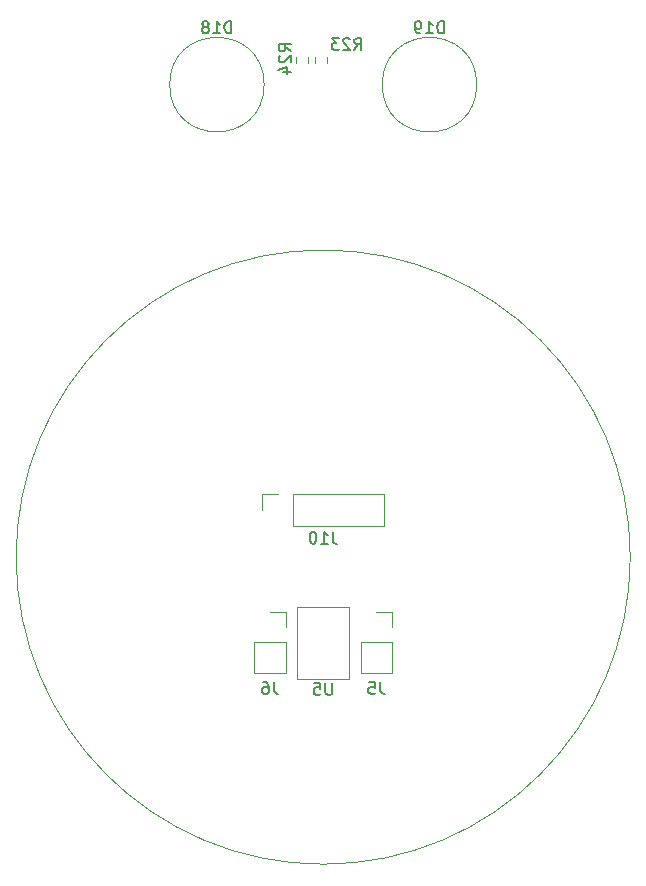
<source format=gbo>
%TF.GenerationSoftware,KiCad,Pcbnew,5.1.10-88a1d61d58~88~ubuntu18.04.1*%
%TF.CreationDate,2021-07-16T18:03:04+01:00*%
%TF.ProjectId,NerdClock,4e657264-436c-46f6-936b-2e6b69636164,rev?*%
%TF.SameCoordinates,Original*%
%TF.FileFunction,Legend,Bot*%
%TF.FilePolarity,Positive*%
%FSLAX46Y46*%
G04 Gerber Fmt 4.6, Leading zero omitted, Abs format (unit mm)*
G04 Created by KiCad (PCBNEW 5.1.10-88a1d61d58~88~ubuntu18.04.1) date 2021-07-16 18:03:04*
%MOMM*%
%LPD*%
G01*
G04 APERTURE LIST*
%ADD10C,0.120000*%
%ADD11C,0.150000*%
%ADD12C,0.100000*%
%ADD13C,3.500000*%
%ADD14R,1.700000X1.700000*%
%ADD15O,1.700000X1.700000*%
%ADD16C,1.524000*%
%ADD17C,3.200000*%
%ADD18C,6.400000*%
%ADD19C,0.800000*%
%ADD20O,1.800000X4.000000*%
%ADD21O,4.000000X1.800000*%
%ADD22R,4.400000X1.800000*%
%ADD23O,1.500000X1.100000*%
%ADD24O,1.700000X1.350000*%
%ADD25R,1.524000X1.524000*%
%ADD26C,1.000000*%
G04 APERTURE END LIST*
D10*
X126000000Y-100000000D02*
G75*
G03*
X126000000Y-100000000I-26000000J0D01*
G01*
X94860000Y-94670000D02*
X94860000Y-96000000D01*
X96190000Y-94670000D02*
X94860000Y-94670000D01*
X97460000Y-94670000D02*
X97460000Y-97330000D01*
X97460000Y-97330000D02*
X105140000Y-97330000D01*
X97460000Y-94670000D02*
X105140000Y-94670000D01*
X105140000Y-94670000D02*
X105140000Y-97330000D01*
X102200000Y-110320000D02*
X102200000Y-104220000D01*
X97800000Y-110320000D02*
X102200000Y-110320000D01*
X97800000Y-104220000D02*
X97800000Y-110320000D01*
X102200000Y-104220000D02*
X97800000Y-104220000D01*
X105830000Y-109830000D02*
X103170000Y-109830000D01*
X105830000Y-107230000D02*
X105830000Y-109830000D01*
X103170000Y-107230000D02*
X103170000Y-109830000D01*
X105830000Y-107230000D02*
X103170000Y-107230000D01*
X105830000Y-105960000D02*
X105830000Y-104630000D01*
X105830000Y-104630000D02*
X104500000Y-104630000D01*
X96830000Y-104630000D02*
X95500000Y-104630000D01*
X96830000Y-105960000D02*
X96830000Y-104630000D01*
X96830000Y-107230000D02*
X94170000Y-107230000D01*
X94170000Y-107230000D02*
X94170000Y-109830000D01*
X96830000Y-107230000D02*
X96830000Y-109830000D01*
X96830000Y-109830000D02*
X94170000Y-109830000D01*
X95000000Y-60000000D02*
G75*
G03*
X95000000Y-60000000I-4000000J0D01*
G01*
X113000000Y-60000000D02*
G75*
G03*
X113000000Y-60000000I-4000000J0D01*
G01*
X99277500Y-58137258D02*
X99277500Y-57662742D01*
X100322500Y-58137258D02*
X100322500Y-57662742D01*
X98722500Y-58137258D02*
X98722500Y-57662742D01*
X97677500Y-58137258D02*
X97677500Y-57662742D01*
D11*
X100809523Y-97852380D02*
X100809523Y-98566666D01*
X100857142Y-98709523D01*
X100952380Y-98804761D01*
X101095238Y-98852380D01*
X101190476Y-98852380D01*
X99809523Y-98852380D02*
X100380952Y-98852380D01*
X100095238Y-98852380D02*
X100095238Y-97852380D01*
X100190476Y-97995238D01*
X100285714Y-98090476D01*
X100380952Y-98138095D01*
X99190476Y-97852380D02*
X99095238Y-97852380D01*
X99000000Y-97900000D01*
X98952380Y-97947619D01*
X98904761Y-98042857D01*
X98857142Y-98233333D01*
X98857142Y-98471428D01*
X98904761Y-98661904D01*
X98952380Y-98757142D01*
X99000000Y-98804761D01*
X99095238Y-98852380D01*
X99190476Y-98852380D01*
X99285714Y-98804761D01*
X99333333Y-98757142D01*
X99380952Y-98661904D01*
X99428571Y-98471428D01*
X99428571Y-98233333D01*
X99380952Y-98042857D01*
X99333333Y-97947619D01*
X99285714Y-97900000D01*
X99190476Y-97852380D01*
X100761904Y-110652380D02*
X100761904Y-111461904D01*
X100714285Y-111557142D01*
X100666666Y-111604761D01*
X100571428Y-111652380D01*
X100380952Y-111652380D01*
X100285714Y-111604761D01*
X100238095Y-111557142D01*
X100190476Y-111461904D01*
X100190476Y-110652380D01*
X99238095Y-110652380D02*
X99714285Y-110652380D01*
X99761904Y-111128571D01*
X99714285Y-111080952D01*
X99619047Y-111033333D01*
X99380952Y-111033333D01*
X99285714Y-111080952D01*
X99238095Y-111128571D01*
X99190476Y-111223809D01*
X99190476Y-111461904D01*
X99238095Y-111557142D01*
X99285714Y-111604761D01*
X99380952Y-111652380D01*
X99619047Y-111652380D01*
X99714285Y-111604761D01*
X99761904Y-111557142D01*
X104833333Y-110582380D02*
X104833333Y-111296666D01*
X104880952Y-111439523D01*
X104976190Y-111534761D01*
X105119047Y-111582380D01*
X105214285Y-111582380D01*
X103880952Y-110582380D02*
X104357142Y-110582380D01*
X104404761Y-111058571D01*
X104357142Y-111010952D01*
X104261904Y-110963333D01*
X104023809Y-110963333D01*
X103928571Y-111010952D01*
X103880952Y-111058571D01*
X103833333Y-111153809D01*
X103833333Y-111391904D01*
X103880952Y-111487142D01*
X103928571Y-111534761D01*
X104023809Y-111582380D01*
X104261904Y-111582380D01*
X104357142Y-111534761D01*
X104404761Y-111487142D01*
X95833333Y-110582380D02*
X95833333Y-111296666D01*
X95880952Y-111439523D01*
X95976190Y-111534761D01*
X96119047Y-111582380D01*
X96214285Y-111582380D01*
X94928571Y-110582380D02*
X95119047Y-110582380D01*
X95214285Y-110630000D01*
X95261904Y-110677619D01*
X95357142Y-110820476D01*
X95404761Y-111010952D01*
X95404761Y-111391904D01*
X95357142Y-111487142D01*
X95309523Y-111534761D01*
X95214285Y-111582380D01*
X95023809Y-111582380D01*
X94928571Y-111534761D01*
X94880952Y-111487142D01*
X94833333Y-111391904D01*
X94833333Y-111153809D01*
X94880952Y-111058571D01*
X94928571Y-111010952D01*
X95023809Y-110963333D01*
X95214285Y-110963333D01*
X95309523Y-111010952D01*
X95357142Y-111058571D01*
X95404761Y-111153809D01*
X92214285Y-55652380D02*
X92214285Y-54652380D01*
X91976190Y-54652380D01*
X91833333Y-54700000D01*
X91738095Y-54795238D01*
X91690476Y-54890476D01*
X91642857Y-55080952D01*
X91642857Y-55223809D01*
X91690476Y-55414285D01*
X91738095Y-55509523D01*
X91833333Y-55604761D01*
X91976190Y-55652380D01*
X92214285Y-55652380D01*
X90690476Y-55652380D02*
X91261904Y-55652380D01*
X90976190Y-55652380D02*
X90976190Y-54652380D01*
X91071428Y-54795238D01*
X91166666Y-54890476D01*
X91261904Y-54938095D01*
X90119047Y-55080952D02*
X90214285Y-55033333D01*
X90261904Y-54985714D01*
X90309523Y-54890476D01*
X90309523Y-54842857D01*
X90261904Y-54747619D01*
X90214285Y-54700000D01*
X90119047Y-54652380D01*
X89928571Y-54652380D01*
X89833333Y-54700000D01*
X89785714Y-54747619D01*
X89738095Y-54842857D01*
X89738095Y-54890476D01*
X89785714Y-54985714D01*
X89833333Y-55033333D01*
X89928571Y-55080952D01*
X90119047Y-55080952D01*
X90214285Y-55128571D01*
X90261904Y-55176190D01*
X90309523Y-55271428D01*
X90309523Y-55461904D01*
X90261904Y-55557142D01*
X90214285Y-55604761D01*
X90119047Y-55652380D01*
X89928571Y-55652380D01*
X89833333Y-55604761D01*
X89785714Y-55557142D01*
X89738095Y-55461904D01*
X89738095Y-55271428D01*
X89785714Y-55176190D01*
X89833333Y-55128571D01*
X89928571Y-55080952D01*
X110214285Y-55652380D02*
X110214285Y-54652380D01*
X109976190Y-54652380D01*
X109833333Y-54700000D01*
X109738095Y-54795238D01*
X109690476Y-54890476D01*
X109642857Y-55080952D01*
X109642857Y-55223809D01*
X109690476Y-55414285D01*
X109738095Y-55509523D01*
X109833333Y-55604761D01*
X109976190Y-55652380D01*
X110214285Y-55652380D01*
X108690476Y-55652380D02*
X109261904Y-55652380D01*
X108976190Y-55652380D02*
X108976190Y-54652380D01*
X109071428Y-54795238D01*
X109166666Y-54890476D01*
X109261904Y-54938095D01*
X108214285Y-55652380D02*
X108023809Y-55652380D01*
X107928571Y-55604761D01*
X107880952Y-55557142D01*
X107785714Y-55414285D01*
X107738095Y-55223809D01*
X107738095Y-54842857D01*
X107785714Y-54747619D01*
X107833333Y-54700000D01*
X107928571Y-54652380D01*
X108119047Y-54652380D01*
X108214285Y-54700000D01*
X108261904Y-54747619D01*
X108309523Y-54842857D01*
X108309523Y-55080952D01*
X108261904Y-55176190D01*
X108214285Y-55223809D01*
X108119047Y-55271428D01*
X107928571Y-55271428D01*
X107833333Y-55223809D01*
X107785714Y-55176190D01*
X107738095Y-55080952D01*
X102642857Y-57052380D02*
X102976190Y-56576190D01*
X103214285Y-57052380D02*
X103214285Y-56052380D01*
X102833333Y-56052380D01*
X102738095Y-56100000D01*
X102690476Y-56147619D01*
X102642857Y-56242857D01*
X102642857Y-56385714D01*
X102690476Y-56480952D01*
X102738095Y-56528571D01*
X102833333Y-56576190D01*
X103214285Y-56576190D01*
X102261904Y-56147619D02*
X102214285Y-56100000D01*
X102119047Y-56052380D01*
X101880952Y-56052380D01*
X101785714Y-56100000D01*
X101738095Y-56147619D01*
X101690476Y-56242857D01*
X101690476Y-56338095D01*
X101738095Y-56480952D01*
X102309523Y-57052380D01*
X101690476Y-57052380D01*
X101357142Y-56052380D02*
X100738095Y-56052380D01*
X101071428Y-56433333D01*
X100928571Y-56433333D01*
X100833333Y-56480952D01*
X100785714Y-56528571D01*
X100738095Y-56623809D01*
X100738095Y-56861904D01*
X100785714Y-56957142D01*
X100833333Y-57004761D01*
X100928571Y-57052380D01*
X101214285Y-57052380D01*
X101309523Y-57004761D01*
X101357142Y-56957142D01*
X97252380Y-57157142D02*
X96776190Y-56823809D01*
X97252380Y-56585714D02*
X96252380Y-56585714D01*
X96252380Y-56966666D01*
X96300000Y-57061904D01*
X96347619Y-57109523D01*
X96442857Y-57157142D01*
X96585714Y-57157142D01*
X96680952Y-57109523D01*
X96728571Y-57061904D01*
X96776190Y-56966666D01*
X96776190Y-56585714D01*
X96347619Y-57538095D02*
X96300000Y-57585714D01*
X96252380Y-57680952D01*
X96252380Y-57919047D01*
X96300000Y-58014285D01*
X96347619Y-58061904D01*
X96442857Y-58109523D01*
X96538095Y-58109523D01*
X96680952Y-58061904D01*
X97252380Y-57490476D01*
X97252380Y-58109523D01*
X96585714Y-58966666D02*
X97252380Y-58966666D01*
X96204761Y-58728571D02*
X96919047Y-58490476D01*
X96919047Y-59109523D01*
%LPC*%
D12*
G36*
X124600000Y-134700000D02*
G01*
X121200000Y-134700000D01*
X121200000Y-125200000D01*
X124600000Y-125200000D01*
X124600000Y-134700000D01*
G37*
X124600000Y-134700000D02*
X121200000Y-134700000D01*
X121200000Y-125200000D01*
X124600000Y-125200000D01*
X124600000Y-134700000D01*
D13*
X92750000Y-60000000D02*
G75*
G03*
X92750000Y-60000000I-1750000J0D01*
G01*
X110750000Y-60000000D02*
G75*
G03*
X110750000Y-60000000I-1750000J0D01*
G01*
D14*
X96190000Y-96000000D03*
D15*
X98730000Y-96000000D03*
X101270000Y-96000000D03*
X103810000Y-96000000D03*
X103810000Y-129000000D03*
X101270000Y-129000000D03*
X98730000Y-129000000D03*
D14*
X96190000Y-129000000D03*
D16*
X95500000Y-93000000D03*
X98500000Y-93000000D03*
X101500000Y-93000000D03*
X104500000Y-93000000D03*
X92500000Y-88000000D03*
X107500000Y-88000000D03*
D17*
X109000000Y-130500000D03*
D18*
X111114000Y-80749000D03*
D19*
X113514000Y-80749000D03*
X112811056Y-82446056D03*
X111114000Y-83149000D03*
X109416944Y-82446056D03*
X108714000Y-80749000D03*
X109416944Y-79051944D03*
X111114000Y-78349000D03*
X112811056Y-79051944D03*
D18*
X111114000Y-119251000D03*
D19*
X113514000Y-119251000D03*
X112811056Y-120948056D03*
X111114000Y-121651000D03*
X109416944Y-120948056D03*
X108714000Y-119251000D03*
X109416944Y-117553944D03*
X111114000Y-116851000D03*
X112811056Y-117553944D03*
X79468056Y-98302944D03*
X77771000Y-97600000D03*
X76073944Y-98302944D03*
X75371000Y-100000000D03*
X76073944Y-101697056D03*
X77771000Y-102400000D03*
X79468056Y-101697056D03*
X80171000Y-100000000D03*
D18*
X77771000Y-100000000D03*
D17*
X143000000Y-100000000D03*
X78500000Y-137239000D03*
X78500000Y-62761000D03*
D15*
X101270000Y-54500000D03*
D14*
X98730000Y-54500000D03*
D20*
X104800000Y-141500000D03*
D21*
X100000000Y-144300000D03*
D22*
X100000000Y-138500000D03*
D14*
X141450000Y-111550000D03*
D15*
X138910000Y-111550000D03*
X141450000Y-109010000D03*
X138910000Y-109010000D03*
X141450000Y-106470000D03*
X138910000Y-106470000D03*
D23*
X141625000Y-93885000D03*
X141625000Y-89045000D03*
D24*
X144625000Y-94195000D03*
X144625000Y-88735000D03*
D25*
X101100000Y-106000000D03*
D16*
X101100000Y-108540000D03*
X98900000Y-108540000D03*
X98900000Y-106000000D03*
D26*
X83500000Y-133500000D03*
X85400000Y-133500000D03*
D17*
X91000000Y-97500000D03*
X109000000Y-97500000D03*
X91000000Y-130500000D03*
D15*
X104500000Y-108500000D03*
D14*
X104500000Y-105960000D03*
X95500000Y-105960000D03*
D15*
X95500000Y-108500000D03*
X104500000Y-72136000D03*
D14*
X104500000Y-69596000D03*
X95500000Y-72136000D03*
D15*
X95500000Y-69596000D03*
G36*
G01*
X82750000Y-59750000D02*
X82750000Y-58250000D01*
G75*
G02*
X83500000Y-57500000I750000J0D01*
G01*
X86000000Y-57500000D01*
G75*
G02*
X86750000Y-58250000I0J-750000D01*
G01*
X86750000Y-59750000D01*
G75*
G02*
X86000000Y-60500000I-750000J0D01*
G01*
X83500000Y-60500000D01*
G75*
G02*
X82750000Y-59750000I0J750000D01*
G01*
G37*
G36*
G01*
X99250000Y-60250000D02*
X99250000Y-61750000D01*
G75*
G02*
X98500000Y-62500000I-750000J0D01*
G01*
X96000000Y-62500000D01*
G75*
G02*
X95250000Y-61750000I0J750000D01*
G01*
X95250000Y-60250000D01*
G75*
G02*
X96000000Y-59500000I750000J0D01*
G01*
X98500000Y-59500000D01*
G75*
G02*
X99250000Y-60250000I0J-750000D01*
G01*
G37*
G36*
G01*
X117250000Y-60250000D02*
X117250000Y-61750000D01*
G75*
G02*
X116500000Y-62500000I-750000J0D01*
G01*
X114000000Y-62500000D01*
G75*
G02*
X113250000Y-61750000I0J750000D01*
G01*
X113250000Y-60250000D01*
G75*
G02*
X114000000Y-59500000I750000J0D01*
G01*
X116500000Y-59500000D01*
G75*
G02*
X117250000Y-60250000I0J-750000D01*
G01*
G37*
G36*
G01*
X100750000Y-59750000D02*
X100750000Y-58250000D01*
G75*
G02*
X101500000Y-57500000I750000J0D01*
G01*
X104000000Y-57500000D01*
G75*
G02*
X104750000Y-58250000I0J-750000D01*
G01*
X104750000Y-59750000D01*
G75*
G02*
X104000000Y-60500000I-750000J0D01*
G01*
X101500000Y-60500000D01*
G75*
G02*
X100750000Y-59750000I0J750000D01*
G01*
G37*
G36*
G01*
X100075000Y-59125000D02*
X99525000Y-59125000D01*
G75*
G02*
X99325000Y-58925000I0J200000D01*
G01*
X99325000Y-58525000D01*
G75*
G02*
X99525000Y-58325000I200000J0D01*
G01*
X100075000Y-58325000D01*
G75*
G02*
X100275000Y-58525000I0J-200000D01*
G01*
X100275000Y-58925000D01*
G75*
G02*
X100075000Y-59125000I-200000J0D01*
G01*
G37*
G36*
G01*
X100075000Y-57475000D02*
X99525000Y-57475000D01*
G75*
G02*
X99325000Y-57275000I0J200000D01*
G01*
X99325000Y-56875000D01*
G75*
G02*
X99525000Y-56675000I200000J0D01*
G01*
X100075000Y-56675000D01*
G75*
G02*
X100275000Y-56875000I0J-200000D01*
G01*
X100275000Y-57275000D01*
G75*
G02*
X100075000Y-57475000I-200000J0D01*
G01*
G37*
G36*
G01*
X98475000Y-57475000D02*
X97925000Y-57475000D01*
G75*
G02*
X97725000Y-57275000I0J200000D01*
G01*
X97725000Y-56875000D01*
G75*
G02*
X97925000Y-56675000I200000J0D01*
G01*
X98475000Y-56675000D01*
G75*
G02*
X98675000Y-56875000I0J-200000D01*
G01*
X98675000Y-57275000D01*
G75*
G02*
X98475000Y-57475000I-200000J0D01*
G01*
G37*
G36*
G01*
X98475000Y-59125000D02*
X97925000Y-59125000D01*
G75*
G02*
X97725000Y-58925000I0J200000D01*
G01*
X97725000Y-58525000D01*
G75*
G02*
X97925000Y-58325000I200000J0D01*
G01*
X98475000Y-58325000D01*
G75*
G02*
X98675000Y-58525000I0J-200000D01*
G01*
X98675000Y-58925000D01*
G75*
G02*
X98475000Y-59125000I-200000J0D01*
G01*
G37*
M02*

</source>
